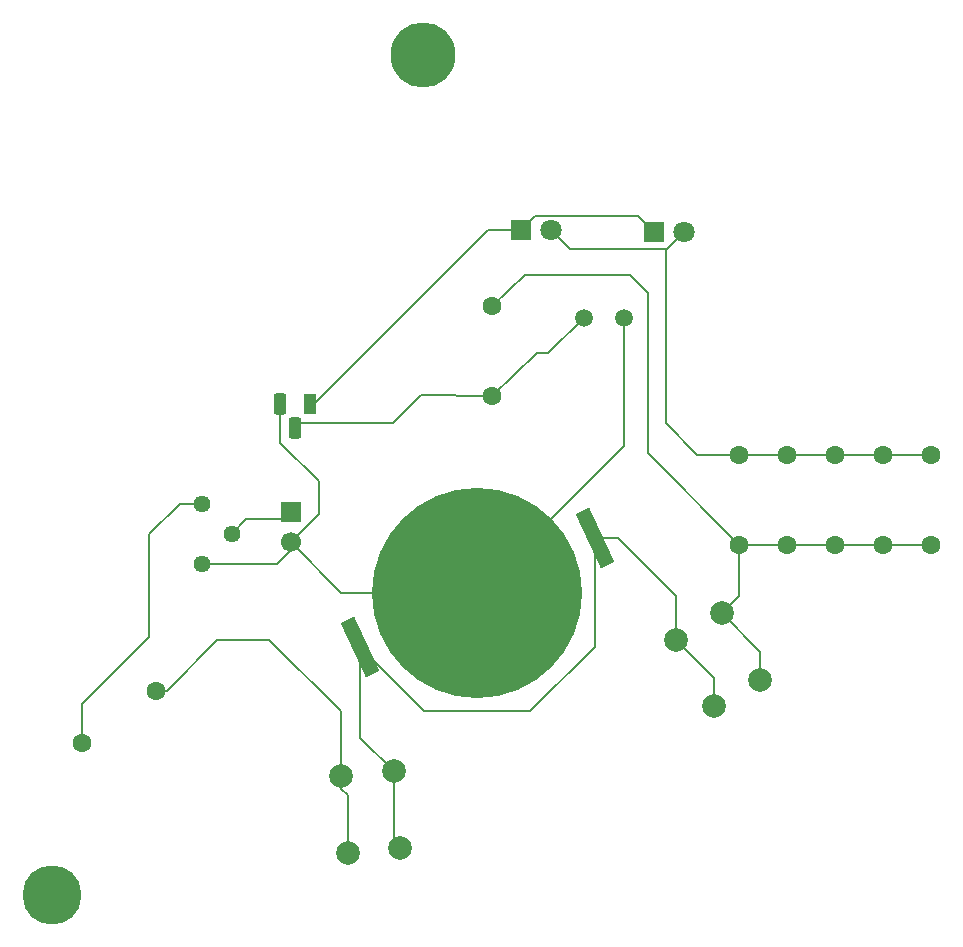
<source format=gtl>
G04 #@! TF.GenerationSoftware,KiCad,Pcbnew,9.0.2*
G04 #@! TF.CreationDate,2025-06-30T22:37:17+03:00*
G04 #@! TF.ProjectId,Fidget_keychain,46696467-6574-45f6-9b65-79636861696e,7*
G04 #@! TF.SameCoordinates,Original*
G04 #@! TF.FileFunction,Copper,L1,Top*
G04 #@! TF.FilePolarity,Positive*
%FSLAX46Y46*%
G04 Gerber Fmt 4.6, Leading zero omitted, Abs format (unit mm)*
G04 Created by KiCad (PCBNEW 9.0.2) date 2025-06-30 22:37:17*
%MOMM*%
%LPD*%
G01*
G04 APERTURE LIST*
G04 Aperture macros list*
%AMRoundRect*
0 Rectangle with rounded corners*
0 $1 Rounding radius*
0 $2 $3 $4 $5 $6 $7 $8 $9 X,Y pos of 4 corners*
0 Add a 4 corners polygon primitive as box body*
4,1,4,$2,$3,$4,$5,$6,$7,$8,$9,$2,$3,0*
0 Add four circle primitives for the rounded corners*
1,1,$1+$1,$2,$3*
1,1,$1+$1,$4,$5*
1,1,$1+$1,$6,$7*
1,1,$1+$1,$8,$9*
0 Add four rect primitives between the rounded corners*
20,1,$1+$1,$2,$3,$4,$5,0*
20,1,$1+$1,$4,$5,$6,$7,0*
20,1,$1+$1,$6,$7,$8,$9,0*
20,1,$1+$1,$8,$9,$2,$3,0*%
%AMRotRect*
0 Rectangle, with rotation*
0 The origin of the aperture is its center*
0 $1 length*
0 $2 width*
0 $3 Rotation angle, in degrees counterclockwise*
0 Add horizontal line*
21,1,$1,$2,0,0,$3*%
G04 Aperture macros list end*
G04 #@! TA.AperFunction,ComponentPad*
%ADD10C,1.600000*%
G04 #@! TD*
G04 #@! TA.AperFunction,ComponentPad*
%ADD11C,2.000000*%
G04 #@! TD*
G04 #@! TA.AperFunction,ComponentPad*
%ADD12R,1.700000X1.700000*%
G04 #@! TD*
G04 #@! TA.AperFunction,ComponentPad*
%ADD13C,1.700000*%
G04 #@! TD*
G04 #@! TA.AperFunction,ComponentPad*
%ADD14R,1.800000X1.800000*%
G04 #@! TD*
G04 #@! TA.AperFunction,ComponentPad*
%ADD15C,1.800000*%
G04 #@! TD*
G04 #@! TA.AperFunction,ComponentPad*
%ADD16R,1.100000X1.800000*%
G04 #@! TD*
G04 #@! TA.AperFunction,ComponentPad*
%ADD17RoundRect,0.275000X0.275000X0.625000X-0.275000X0.625000X-0.275000X-0.625000X0.275000X-0.625000X0*%
G04 #@! TD*
G04 #@! TA.AperFunction,SMDPad,CuDef*
%ADD18RotRect,1.270000X5.080000X25.000000*%
G04 #@! TD*
G04 #@! TA.AperFunction,SMDPad,CuDef*
%ADD19C,17.800000*%
G04 #@! TD*
G04 #@! TA.AperFunction,ComponentPad*
%ADD20C,1.500000*%
G04 #@! TD*
G04 #@! TA.AperFunction,ComponentPad*
%ADD21C,1.440000*%
G04 #@! TD*
G04 #@! TA.AperFunction,ViaPad*
%ADD22C,5.000000*%
G04 #@! TD*
G04 #@! TA.AperFunction,ViaPad*
%ADD23C,5.500000*%
G04 #@! TD*
G04 #@! TA.AperFunction,Conductor*
%ADD24C,0.200000*%
G04 #@! TD*
G04 APERTURE END LIST*
D10*
X74710000Y-68730000D03*
X74710000Y-61110000D03*
D11*
X94160000Y-87100000D03*
X97410001Y-92729166D03*
X90262886Y-89350001D03*
X93512886Y-94979166D03*
D12*
X57690000Y-78540000D03*
D13*
X57690000Y-81080000D03*
D14*
X77170000Y-54660000D03*
D15*
X79710000Y-54660000D03*
D16*
X59340000Y-69340000D03*
D17*
X58070000Y-71410000D03*
X56800000Y-69340000D03*
D18*
X63538234Y-89991623D03*
X83449818Y-80706697D03*
D19*
X73494026Y-85349160D03*
D10*
X46271938Y-93669347D03*
X40030000Y-98040000D03*
D11*
X62493636Y-107357466D03*
X61927124Y-100882201D03*
X66976512Y-106965265D03*
X66410000Y-100490000D03*
D20*
X82490000Y-62080000D03*
X85890000Y-62080000D03*
D21*
X50130000Y-82890000D03*
X52670000Y-80350000D03*
X50130000Y-77810000D03*
D14*
X88435000Y-54810000D03*
D15*
X90975000Y-54810000D03*
D10*
X95670000Y-73660000D03*
X95670000Y-81280000D03*
X107820000Y-73660000D03*
X107820000Y-81280000D03*
X99720000Y-73660000D03*
X99720000Y-81280000D03*
X111870000Y-73660000D03*
X111870000Y-81280000D03*
X103770000Y-73660000D03*
X103770000Y-81280000D03*
D22*
X37510000Y-110940000D03*
D23*
X68920000Y-39820000D03*
D24*
X68926612Y-95380000D02*
X77980000Y-95380000D01*
X66410000Y-100490000D02*
X66410000Y-106398753D01*
X77980000Y-95380000D02*
X83449817Y-89910183D01*
X85356697Y-80706697D02*
X83449817Y-80706697D01*
X83449817Y-89910183D02*
X83449817Y-80706697D01*
X63538235Y-89991623D02*
X68926612Y-95380000D01*
X93512886Y-92600001D02*
X93512886Y-94979166D01*
X63538235Y-97618235D02*
X63538235Y-89991623D01*
X66410000Y-106398753D02*
X66976512Y-106965265D01*
X90262886Y-89350001D02*
X93512886Y-92600001D01*
X90262886Y-85612886D02*
X85356697Y-80706697D01*
X66410000Y-100490000D02*
X63538235Y-97618235D01*
X90262886Y-89350001D02*
X90262886Y-85612886D01*
X60040000Y-78730000D02*
X60040000Y-75920000D01*
X56520000Y-82890000D02*
X58350000Y-81060000D01*
X61959160Y-85349160D02*
X73494026Y-85349160D01*
X56800000Y-72680000D02*
X56800000Y-69740000D01*
X73494026Y-85349160D02*
X85890000Y-72953186D01*
X50130000Y-82890000D02*
X56520000Y-82890000D01*
X57690000Y-81080000D02*
X61959160Y-85349160D01*
X60040000Y-75920000D02*
X56800000Y-72680000D01*
X57690000Y-81080000D02*
X60040000Y-78730000D01*
X85890000Y-72953186D02*
X85890000Y-62080000D01*
X78371000Y-53459000D02*
X87084000Y-53459000D01*
X77170000Y-54660000D02*
X78371000Y-53459000D01*
X74420000Y-54660000D02*
X77170000Y-54660000D01*
X87084000Y-53459000D02*
X88435000Y-54810000D01*
X59340000Y-69740000D02*
X74420000Y-54660000D01*
X92070000Y-73660000D02*
X89430000Y-71020000D01*
X89527500Y-56257500D02*
X90975000Y-54810000D01*
X79710000Y-54660000D02*
X81307500Y-56257500D01*
X81307500Y-56257500D02*
X89527500Y-56257500D01*
X89430000Y-71020000D02*
X89430000Y-56355000D01*
X89430000Y-56355000D02*
X89527500Y-56257500D01*
X95670000Y-73660000D02*
X111870000Y-73660000D01*
X95670000Y-73660000D02*
X92070000Y-73660000D01*
X53910000Y-79110000D02*
X57760000Y-79110000D01*
X52670000Y-80350000D02*
X53910000Y-79110000D01*
X57760000Y-79110000D02*
X58350000Y-78520000D01*
X68706793Y-68640000D02*
X74710000Y-68730000D01*
X79483032Y-65086968D02*
X82490000Y-62080000D01*
X78513032Y-65086968D02*
X79483032Y-65086968D01*
X66336793Y-71010000D02*
X68706793Y-68640000D01*
X74710000Y-68730000D02*
X78513032Y-65086968D01*
X58070000Y-71010000D02*
X66336793Y-71010000D01*
X74710000Y-61110000D02*
X77499999Y-58480000D01*
X97410000Y-90350000D02*
X97410000Y-92729166D01*
X95670000Y-85590000D02*
X94160000Y-87100000D01*
X95670000Y-81280000D02*
X111870000Y-81280000D01*
X87910000Y-59980000D02*
X87910000Y-73520000D01*
X77499999Y-58480000D02*
X86410000Y-58480000D01*
X86410000Y-58480000D02*
X87910000Y-59980000D01*
X87910000Y-73520000D02*
X95670000Y-81280000D01*
X95670000Y-81280000D02*
X95670000Y-85590000D01*
X94160000Y-87100000D02*
X97410000Y-90350000D01*
X51476075Y-89360000D02*
X55880000Y-89360000D01*
X62493636Y-102509388D02*
X62493636Y-107357466D01*
X55880000Y-89360000D02*
X61927124Y-95407124D01*
X61927124Y-101942876D02*
X62493636Y-102509388D01*
X46271938Y-93669347D02*
X47166728Y-93669347D01*
X47166728Y-93669347D02*
X51476075Y-89360000D01*
X61927124Y-100882201D02*
X61927124Y-101942876D01*
X61927124Y-95407124D02*
X61927124Y-100882201D01*
X40030000Y-94760000D02*
X40030000Y-98040000D01*
X45670000Y-89120000D02*
X40030000Y-94760000D01*
X48270000Y-77810000D02*
X45670000Y-80410000D01*
X50130000Y-77810000D02*
X48270000Y-77810000D01*
X45670000Y-80410000D02*
X45670000Y-89120000D01*
M02*

</source>
